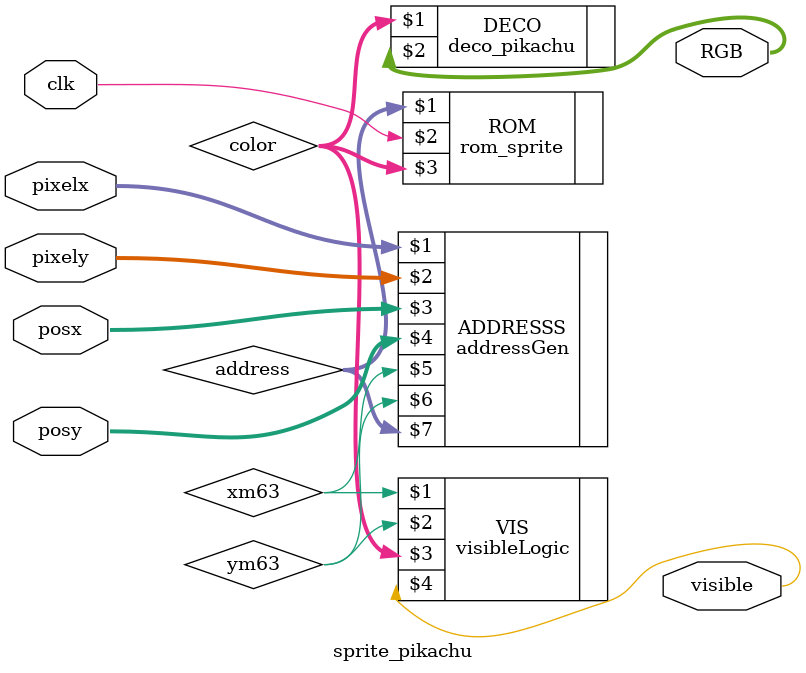
<source format=sv>
module sprite_pikachu(input clk, input [9:0] posx,
						posy, pixelx, pixely,
						output [23:0] RGB,
						output visible);
//ROM
logic [11:0] address;
logic [2:0] color;
rom_sprite  ROM (address, clk, color);	
//DECO
deco_pikachu DECO (color, RGB);
logic xm63, ym63;
//ADDRESS GENERATION
addressGen ADDRESSS(pixelx, pixely,
            posx, posy, xm63, ym63, address);	
//VISIBLE LOGIC			
visibleLogic VIS (xm63, ym63, color, visible);						
endmodule

</source>
